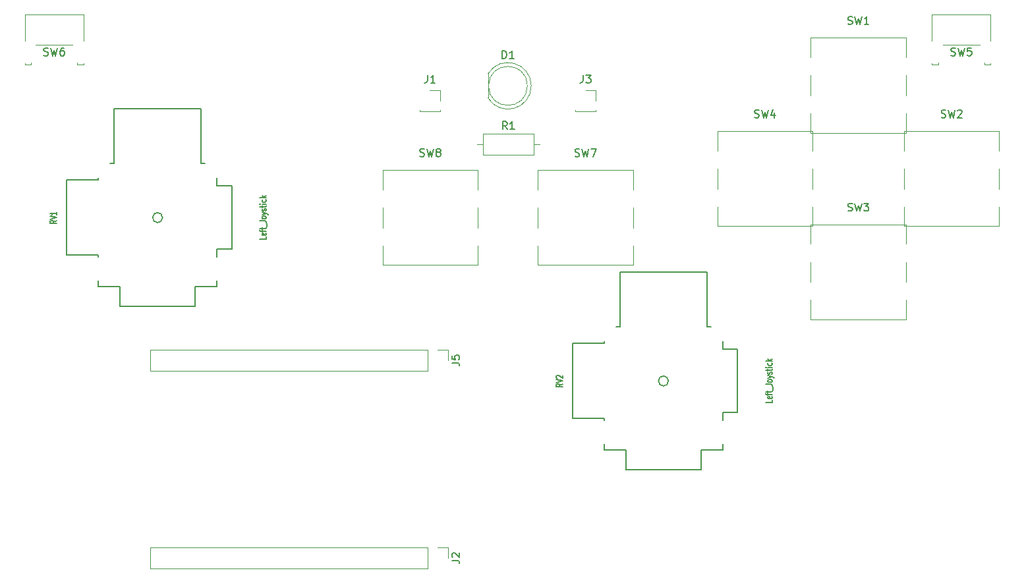
<source format=gto>
%TF.GenerationSoftware,KiCad,Pcbnew,9.0.1*%
%TF.CreationDate,2025-05-27T01:22:21+01:00*%
%TF.ProjectId,Controller,436f6e74-726f-46c6-9c65-722e6b696361,rev?*%
%TF.SameCoordinates,Original*%
%TF.FileFunction,Legend,Top*%
%TF.FilePolarity,Positive*%
%FSLAX46Y46*%
G04 Gerber Fmt 4.6, Leading zero omitted, Abs format (unit mm)*
G04 Created by KiCad (PCBNEW 9.0.1) date 2025-05-27 01:22:21*
%MOMM*%
%LPD*%
G01*
G04 APERTURE LIST*
%ADD10C,0.150000*%
%ADD11C,0.127000*%
%ADD12C,0.120000*%
%ADD13C,0.203200*%
G04 APERTURE END LIST*
D10*
X157746119Y-60127308D02*
X157888976Y-60174927D01*
X157888976Y-60174927D02*
X158127071Y-60174927D01*
X158127071Y-60174927D02*
X158222309Y-60127308D01*
X158222309Y-60127308D02*
X158269928Y-60079688D01*
X158269928Y-60079688D02*
X158317547Y-59984450D01*
X158317547Y-59984450D02*
X158317547Y-59889212D01*
X158317547Y-59889212D02*
X158269928Y-59793974D01*
X158269928Y-59793974D02*
X158222309Y-59746355D01*
X158222309Y-59746355D02*
X158127071Y-59698736D01*
X158127071Y-59698736D02*
X157936595Y-59651117D01*
X157936595Y-59651117D02*
X157841357Y-59603498D01*
X157841357Y-59603498D02*
X157793738Y-59555879D01*
X157793738Y-59555879D02*
X157746119Y-59460641D01*
X157746119Y-59460641D02*
X157746119Y-59365403D01*
X157746119Y-59365403D02*
X157793738Y-59270165D01*
X157793738Y-59270165D02*
X157841357Y-59222546D01*
X157841357Y-59222546D02*
X157936595Y-59174927D01*
X157936595Y-59174927D02*
X158174690Y-59174927D01*
X158174690Y-59174927D02*
X158317547Y-59222546D01*
X158650881Y-59174927D02*
X158888976Y-60174927D01*
X158888976Y-60174927D02*
X159079452Y-59460641D01*
X159079452Y-59460641D02*
X159269928Y-60174927D01*
X159269928Y-60174927D02*
X159508024Y-59174927D01*
X160031833Y-59603498D02*
X159936595Y-59555879D01*
X159936595Y-59555879D02*
X159888976Y-59508260D01*
X159888976Y-59508260D02*
X159841357Y-59413022D01*
X159841357Y-59413022D02*
X159841357Y-59365403D01*
X159841357Y-59365403D02*
X159888976Y-59270165D01*
X159888976Y-59270165D02*
X159936595Y-59222546D01*
X159936595Y-59222546D02*
X160031833Y-59174927D01*
X160031833Y-59174927D02*
X160222309Y-59174927D01*
X160222309Y-59174927D02*
X160317547Y-59222546D01*
X160317547Y-59222546D02*
X160365166Y-59270165D01*
X160365166Y-59270165D02*
X160412785Y-59365403D01*
X160412785Y-59365403D02*
X160412785Y-59413022D01*
X160412785Y-59413022D02*
X160365166Y-59508260D01*
X160365166Y-59508260D02*
X160317547Y-59555879D01*
X160317547Y-59555879D02*
X160222309Y-59603498D01*
X160222309Y-59603498D02*
X160031833Y-59603498D01*
X160031833Y-59603498D02*
X159936595Y-59651117D01*
X159936595Y-59651117D02*
X159888976Y-59698736D01*
X159888976Y-59698736D02*
X159841357Y-59793974D01*
X159841357Y-59793974D02*
X159841357Y-59984450D01*
X159841357Y-59984450D02*
X159888976Y-60079688D01*
X159888976Y-60079688D02*
X159936595Y-60127308D01*
X159936595Y-60127308D02*
X160031833Y-60174927D01*
X160031833Y-60174927D02*
X160222309Y-60174927D01*
X160222309Y-60174927D02*
X160317547Y-60127308D01*
X160317547Y-60127308D02*
X160365166Y-60079688D01*
X160365166Y-60079688D02*
X160412785Y-59984450D01*
X160412785Y-59984450D02*
X160412785Y-59793974D01*
X160412785Y-59793974D02*
X160365166Y-59698736D01*
X160365166Y-59698736D02*
X160317547Y-59651117D01*
X160317547Y-59651117D02*
X160222309Y-59603498D01*
X161854819Y-86693333D02*
X162569104Y-86693333D01*
X162569104Y-86693333D02*
X162711961Y-86740952D01*
X162711961Y-86740952D02*
X162807200Y-86836190D01*
X162807200Y-86836190D02*
X162854819Y-86979047D01*
X162854819Y-86979047D02*
X162854819Y-87074285D01*
X161854819Y-85740952D02*
X161854819Y-86217142D01*
X161854819Y-86217142D02*
X162331009Y-86264761D01*
X162331009Y-86264761D02*
X162283390Y-86217142D01*
X162283390Y-86217142D02*
X162235771Y-86121904D01*
X162235771Y-86121904D02*
X162235771Y-85883809D01*
X162235771Y-85883809D02*
X162283390Y-85788571D01*
X162283390Y-85788571D02*
X162331009Y-85740952D01*
X162331009Y-85740952D02*
X162426247Y-85693333D01*
X162426247Y-85693333D02*
X162664342Y-85693333D01*
X162664342Y-85693333D02*
X162759580Y-85740952D01*
X162759580Y-85740952D02*
X162807200Y-85788571D01*
X162807200Y-85788571D02*
X162854819Y-85883809D01*
X162854819Y-85883809D02*
X162854819Y-86121904D01*
X162854819Y-86121904D02*
X162807200Y-86217142D01*
X162807200Y-86217142D02*
X162759580Y-86264761D01*
X161854819Y-112093333D02*
X162569104Y-112093333D01*
X162569104Y-112093333D02*
X162711961Y-112140952D01*
X162711961Y-112140952D02*
X162807200Y-112236190D01*
X162807200Y-112236190D02*
X162854819Y-112379047D01*
X162854819Y-112379047D02*
X162854819Y-112474285D01*
X161950057Y-111664761D02*
X161902438Y-111617142D01*
X161902438Y-111617142D02*
X161854819Y-111521904D01*
X161854819Y-111521904D02*
X161854819Y-111283809D01*
X161854819Y-111283809D02*
X161902438Y-111188571D01*
X161902438Y-111188571D02*
X161950057Y-111140952D01*
X161950057Y-111140952D02*
X162045295Y-111093333D01*
X162045295Y-111093333D02*
X162140533Y-111093333D01*
X162140533Y-111093333D02*
X162283390Y-111140952D01*
X162283390Y-111140952D02*
X162854819Y-111712380D01*
X162854819Y-111712380D02*
X162854819Y-111093333D01*
X225996666Y-47162200D02*
X226139523Y-47209819D01*
X226139523Y-47209819D02*
X226377618Y-47209819D01*
X226377618Y-47209819D02*
X226472856Y-47162200D01*
X226472856Y-47162200D02*
X226520475Y-47114580D01*
X226520475Y-47114580D02*
X226568094Y-47019342D01*
X226568094Y-47019342D02*
X226568094Y-46924104D01*
X226568094Y-46924104D02*
X226520475Y-46828866D01*
X226520475Y-46828866D02*
X226472856Y-46781247D01*
X226472856Y-46781247D02*
X226377618Y-46733628D01*
X226377618Y-46733628D02*
X226187142Y-46686009D01*
X226187142Y-46686009D02*
X226091904Y-46638390D01*
X226091904Y-46638390D02*
X226044285Y-46590771D01*
X226044285Y-46590771D02*
X225996666Y-46495533D01*
X225996666Y-46495533D02*
X225996666Y-46400295D01*
X225996666Y-46400295D02*
X226044285Y-46305057D01*
X226044285Y-46305057D02*
X226091904Y-46257438D01*
X226091904Y-46257438D02*
X226187142Y-46209819D01*
X226187142Y-46209819D02*
X226425237Y-46209819D01*
X226425237Y-46209819D02*
X226568094Y-46257438D01*
X226901428Y-46209819D02*
X227139523Y-47209819D01*
X227139523Y-47209819D02*
X227329999Y-46495533D01*
X227329999Y-46495533D02*
X227520475Y-47209819D01*
X227520475Y-47209819D02*
X227758571Y-46209819D01*
X228615713Y-46209819D02*
X228139523Y-46209819D01*
X228139523Y-46209819D02*
X228091904Y-46686009D01*
X228091904Y-46686009D02*
X228139523Y-46638390D01*
X228139523Y-46638390D02*
X228234761Y-46590771D01*
X228234761Y-46590771D02*
X228472856Y-46590771D01*
X228472856Y-46590771D02*
X228568094Y-46638390D01*
X228568094Y-46638390D02*
X228615713Y-46686009D01*
X228615713Y-46686009D02*
X228663332Y-46781247D01*
X228663332Y-46781247D02*
X228663332Y-47019342D01*
X228663332Y-47019342D02*
X228615713Y-47114580D01*
X228615713Y-47114580D02*
X228568094Y-47162200D01*
X228568094Y-47162200D02*
X228472856Y-47209819D01*
X228472856Y-47209819D02*
X228234761Y-47209819D01*
X228234761Y-47209819D02*
X228139523Y-47162200D01*
X228139523Y-47162200D02*
X228091904Y-47114580D01*
X212760847Y-67127308D02*
X212903704Y-67174927D01*
X212903704Y-67174927D02*
X213141799Y-67174927D01*
X213141799Y-67174927D02*
X213237037Y-67127308D01*
X213237037Y-67127308D02*
X213284656Y-67079688D01*
X213284656Y-67079688D02*
X213332275Y-66984450D01*
X213332275Y-66984450D02*
X213332275Y-66889212D01*
X213332275Y-66889212D02*
X213284656Y-66793974D01*
X213284656Y-66793974D02*
X213237037Y-66746355D01*
X213237037Y-66746355D02*
X213141799Y-66698736D01*
X213141799Y-66698736D02*
X212951323Y-66651117D01*
X212951323Y-66651117D02*
X212856085Y-66603498D01*
X212856085Y-66603498D02*
X212808466Y-66555879D01*
X212808466Y-66555879D02*
X212760847Y-66460641D01*
X212760847Y-66460641D02*
X212760847Y-66365403D01*
X212760847Y-66365403D02*
X212808466Y-66270165D01*
X212808466Y-66270165D02*
X212856085Y-66222546D01*
X212856085Y-66222546D02*
X212951323Y-66174927D01*
X212951323Y-66174927D02*
X213189418Y-66174927D01*
X213189418Y-66174927D02*
X213332275Y-66222546D01*
X213665609Y-66174927D02*
X213903704Y-67174927D01*
X213903704Y-67174927D02*
X214094180Y-66460641D01*
X214094180Y-66460641D02*
X214284656Y-67174927D01*
X214284656Y-67174927D02*
X214522752Y-66174927D01*
X214808466Y-66174927D02*
X215427513Y-66174927D01*
X215427513Y-66174927D02*
X215094180Y-66555879D01*
X215094180Y-66555879D02*
X215237037Y-66555879D01*
X215237037Y-66555879D02*
X215332275Y-66603498D01*
X215332275Y-66603498D02*
X215379894Y-66651117D01*
X215379894Y-66651117D02*
X215427513Y-66746355D01*
X215427513Y-66746355D02*
X215427513Y-66984450D01*
X215427513Y-66984450D02*
X215379894Y-67079688D01*
X215379894Y-67079688D02*
X215332275Y-67127308D01*
X215332275Y-67127308D02*
X215237037Y-67174927D01*
X215237037Y-67174927D02*
X214951323Y-67174927D01*
X214951323Y-67174927D02*
X214856085Y-67127308D01*
X214856085Y-67127308D02*
X214808466Y-67079688D01*
X200760847Y-55127308D02*
X200903704Y-55174927D01*
X200903704Y-55174927D02*
X201141799Y-55174927D01*
X201141799Y-55174927D02*
X201237037Y-55127308D01*
X201237037Y-55127308D02*
X201284656Y-55079688D01*
X201284656Y-55079688D02*
X201332275Y-54984450D01*
X201332275Y-54984450D02*
X201332275Y-54889212D01*
X201332275Y-54889212D02*
X201284656Y-54793974D01*
X201284656Y-54793974D02*
X201237037Y-54746355D01*
X201237037Y-54746355D02*
X201141799Y-54698736D01*
X201141799Y-54698736D02*
X200951323Y-54651117D01*
X200951323Y-54651117D02*
X200856085Y-54603498D01*
X200856085Y-54603498D02*
X200808466Y-54555879D01*
X200808466Y-54555879D02*
X200760847Y-54460641D01*
X200760847Y-54460641D02*
X200760847Y-54365403D01*
X200760847Y-54365403D02*
X200808466Y-54270165D01*
X200808466Y-54270165D02*
X200856085Y-54222546D01*
X200856085Y-54222546D02*
X200951323Y-54174927D01*
X200951323Y-54174927D02*
X201189418Y-54174927D01*
X201189418Y-54174927D02*
X201332275Y-54222546D01*
X201665609Y-54174927D02*
X201903704Y-55174927D01*
X201903704Y-55174927D02*
X202094180Y-54460641D01*
X202094180Y-54460641D02*
X202284656Y-55174927D01*
X202284656Y-55174927D02*
X202522752Y-54174927D01*
X203332275Y-54508260D02*
X203332275Y-55174927D01*
X203094180Y-54127308D02*
X202856085Y-54841593D01*
X202856085Y-54841593D02*
X203475132Y-54841593D01*
D11*
X176083943Y-89382964D02*
X175702990Y-89586164D01*
X176083943Y-89731307D02*
X175283943Y-89731307D01*
X175283943Y-89731307D02*
X175283943Y-89499078D01*
X175283943Y-89499078D02*
X175322038Y-89441021D01*
X175322038Y-89441021D02*
X175360133Y-89411992D01*
X175360133Y-89411992D02*
X175436324Y-89382964D01*
X175436324Y-89382964D02*
X175550609Y-89382964D01*
X175550609Y-89382964D02*
X175626800Y-89411992D01*
X175626800Y-89411992D02*
X175664895Y-89441021D01*
X175664895Y-89441021D02*
X175702990Y-89499078D01*
X175702990Y-89499078D02*
X175702990Y-89731307D01*
X175283943Y-89208792D02*
X176083943Y-89005592D01*
X176083943Y-89005592D02*
X175283943Y-88802392D01*
X175360133Y-88628221D02*
X175322038Y-88599193D01*
X175322038Y-88599193D02*
X175283943Y-88541136D01*
X175283943Y-88541136D02*
X175283943Y-88395993D01*
X175283943Y-88395993D02*
X175322038Y-88337936D01*
X175322038Y-88337936D02*
X175360133Y-88308907D01*
X175360133Y-88308907D02*
X175436324Y-88279878D01*
X175436324Y-88279878D02*
X175512514Y-88279878D01*
X175512514Y-88279878D02*
X175626800Y-88308907D01*
X175626800Y-88308907D02*
X176083943Y-88657250D01*
X176083943Y-88657250D02*
X176083943Y-88279878D01*
X203007943Y-91487536D02*
X203007943Y-91777822D01*
X203007943Y-91777822D02*
X202207943Y-91777822D01*
X202969848Y-91052107D02*
X203007943Y-91110164D01*
X203007943Y-91110164D02*
X203007943Y-91226279D01*
X203007943Y-91226279D02*
X202969848Y-91284336D01*
X202969848Y-91284336D02*
X202893657Y-91313364D01*
X202893657Y-91313364D02*
X202588895Y-91313364D01*
X202588895Y-91313364D02*
X202512705Y-91284336D01*
X202512705Y-91284336D02*
X202474609Y-91226279D01*
X202474609Y-91226279D02*
X202474609Y-91110164D01*
X202474609Y-91110164D02*
X202512705Y-91052107D01*
X202512705Y-91052107D02*
X202588895Y-91023079D01*
X202588895Y-91023079D02*
X202665086Y-91023079D01*
X202665086Y-91023079D02*
X202741276Y-91313364D01*
X202474609Y-90848907D02*
X202474609Y-90616679D01*
X203007943Y-90761822D02*
X202322228Y-90761822D01*
X202322228Y-90761822D02*
X202246038Y-90732793D01*
X202246038Y-90732793D02*
X202207943Y-90674736D01*
X202207943Y-90674736D02*
X202207943Y-90616679D01*
X202474609Y-90500564D02*
X202474609Y-90268336D01*
X202207943Y-90413479D02*
X202893657Y-90413479D01*
X202893657Y-90413479D02*
X202969848Y-90384450D01*
X202969848Y-90384450D02*
X203007943Y-90326393D01*
X203007943Y-90326393D02*
X203007943Y-90268336D01*
X203084133Y-90210279D02*
X203084133Y-89745821D01*
X202207943Y-89426507D02*
X202779371Y-89426507D01*
X202779371Y-89426507D02*
X202893657Y-89455536D01*
X202893657Y-89455536D02*
X202969848Y-89513593D01*
X202969848Y-89513593D02*
X203007943Y-89600679D01*
X203007943Y-89600679D02*
X203007943Y-89658736D01*
X203007943Y-89049136D02*
X202969848Y-89107193D01*
X202969848Y-89107193D02*
X202931752Y-89136222D01*
X202931752Y-89136222D02*
X202855562Y-89165250D01*
X202855562Y-89165250D02*
X202626990Y-89165250D01*
X202626990Y-89165250D02*
X202550800Y-89136222D01*
X202550800Y-89136222D02*
X202512705Y-89107193D01*
X202512705Y-89107193D02*
X202474609Y-89049136D01*
X202474609Y-89049136D02*
X202474609Y-88962050D01*
X202474609Y-88962050D02*
X202512705Y-88903993D01*
X202512705Y-88903993D02*
X202550800Y-88874965D01*
X202550800Y-88874965D02*
X202626990Y-88845936D01*
X202626990Y-88845936D02*
X202855562Y-88845936D01*
X202855562Y-88845936D02*
X202931752Y-88874965D01*
X202931752Y-88874965D02*
X202969848Y-88903993D01*
X202969848Y-88903993D02*
X203007943Y-88962050D01*
X203007943Y-88962050D02*
X203007943Y-89049136D01*
X202474609Y-88642736D02*
X203007943Y-88497593D01*
X202474609Y-88352450D02*
X203007943Y-88497593D01*
X203007943Y-88497593D02*
X203198419Y-88555650D01*
X203198419Y-88555650D02*
X203236514Y-88584679D01*
X203236514Y-88584679D02*
X203274609Y-88642736D01*
X202969848Y-88149250D02*
X203007943Y-88091193D01*
X203007943Y-88091193D02*
X203007943Y-87975079D01*
X203007943Y-87975079D02*
X202969848Y-87917022D01*
X202969848Y-87917022D02*
X202893657Y-87887993D01*
X202893657Y-87887993D02*
X202855562Y-87887993D01*
X202855562Y-87887993D02*
X202779371Y-87917022D01*
X202779371Y-87917022D02*
X202741276Y-87975079D01*
X202741276Y-87975079D02*
X202741276Y-88062165D01*
X202741276Y-88062165D02*
X202703181Y-88120222D01*
X202703181Y-88120222D02*
X202626990Y-88149250D01*
X202626990Y-88149250D02*
X202588895Y-88149250D01*
X202588895Y-88149250D02*
X202512705Y-88120222D01*
X202512705Y-88120222D02*
X202474609Y-88062165D01*
X202474609Y-88062165D02*
X202474609Y-87975079D01*
X202474609Y-87975079D02*
X202512705Y-87917022D01*
X202474609Y-87713821D02*
X202474609Y-87481593D01*
X202207943Y-87626736D02*
X202893657Y-87626736D01*
X202893657Y-87626736D02*
X202969848Y-87597707D01*
X202969848Y-87597707D02*
X203007943Y-87539650D01*
X203007943Y-87539650D02*
X203007943Y-87481593D01*
X203007943Y-87278393D02*
X202474609Y-87278393D01*
X202207943Y-87278393D02*
X202246038Y-87307421D01*
X202246038Y-87307421D02*
X202284133Y-87278393D01*
X202284133Y-87278393D02*
X202246038Y-87249364D01*
X202246038Y-87249364D02*
X202207943Y-87278393D01*
X202207943Y-87278393D02*
X202284133Y-87278393D01*
X202969848Y-86726850D02*
X203007943Y-86784907D01*
X203007943Y-86784907D02*
X203007943Y-86901021D01*
X203007943Y-86901021D02*
X202969848Y-86959078D01*
X202969848Y-86959078D02*
X202931752Y-86988107D01*
X202931752Y-86988107D02*
X202855562Y-87017135D01*
X202855562Y-87017135D02*
X202626990Y-87017135D01*
X202626990Y-87017135D02*
X202550800Y-86988107D01*
X202550800Y-86988107D02*
X202512705Y-86959078D01*
X202512705Y-86959078D02*
X202474609Y-86901021D01*
X202474609Y-86901021D02*
X202474609Y-86784907D01*
X202474609Y-86784907D02*
X202512705Y-86726850D01*
X203007943Y-86465593D02*
X202207943Y-86465593D01*
X202703181Y-86407536D02*
X203007943Y-86233364D01*
X202474609Y-86233364D02*
X202779371Y-86465593D01*
D10*
X109442119Y-47162200D02*
X109584976Y-47209819D01*
X109584976Y-47209819D02*
X109823071Y-47209819D01*
X109823071Y-47209819D02*
X109918309Y-47162200D01*
X109918309Y-47162200D02*
X109965928Y-47114580D01*
X109965928Y-47114580D02*
X110013547Y-47019342D01*
X110013547Y-47019342D02*
X110013547Y-46924104D01*
X110013547Y-46924104D02*
X109965928Y-46828866D01*
X109965928Y-46828866D02*
X109918309Y-46781247D01*
X109918309Y-46781247D02*
X109823071Y-46733628D01*
X109823071Y-46733628D02*
X109632595Y-46686009D01*
X109632595Y-46686009D02*
X109537357Y-46638390D01*
X109537357Y-46638390D02*
X109489738Y-46590771D01*
X109489738Y-46590771D02*
X109442119Y-46495533D01*
X109442119Y-46495533D02*
X109442119Y-46400295D01*
X109442119Y-46400295D02*
X109489738Y-46305057D01*
X109489738Y-46305057D02*
X109537357Y-46257438D01*
X109537357Y-46257438D02*
X109632595Y-46209819D01*
X109632595Y-46209819D02*
X109870690Y-46209819D01*
X109870690Y-46209819D02*
X110013547Y-46257438D01*
X110346881Y-46209819D02*
X110584976Y-47209819D01*
X110584976Y-47209819D02*
X110775452Y-46495533D01*
X110775452Y-46495533D02*
X110965928Y-47209819D01*
X110965928Y-47209819D02*
X111204024Y-46209819D01*
X112013547Y-46209819D02*
X111823071Y-46209819D01*
X111823071Y-46209819D02*
X111727833Y-46257438D01*
X111727833Y-46257438D02*
X111680214Y-46305057D01*
X111680214Y-46305057D02*
X111584976Y-46447914D01*
X111584976Y-46447914D02*
X111537357Y-46638390D01*
X111537357Y-46638390D02*
X111537357Y-47019342D01*
X111537357Y-47019342D02*
X111584976Y-47114580D01*
X111584976Y-47114580D02*
X111632595Y-47162200D01*
X111632595Y-47162200D02*
X111727833Y-47209819D01*
X111727833Y-47209819D02*
X111918309Y-47209819D01*
X111918309Y-47209819D02*
X112013547Y-47162200D01*
X112013547Y-47162200D02*
X112061166Y-47114580D01*
X112061166Y-47114580D02*
X112108785Y-47019342D01*
X112108785Y-47019342D02*
X112108785Y-46781247D01*
X112108785Y-46781247D02*
X112061166Y-46686009D01*
X112061166Y-46686009D02*
X112013547Y-46638390D01*
X112013547Y-46638390D02*
X111918309Y-46590771D01*
X111918309Y-46590771D02*
X111727833Y-46590771D01*
X111727833Y-46590771D02*
X111632595Y-46638390D01*
X111632595Y-46638390D02*
X111584976Y-46686009D01*
X111584976Y-46686009D02*
X111537357Y-46781247D01*
X178722118Y-49704927D02*
X178722118Y-50419212D01*
X178722118Y-50419212D02*
X178674499Y-50562069D01*
X178674499Y-50562069D02*
X178579261Y-50657308D01*
X178579261Y-50657308D02*
X178436404Y-50704927D01*
X178436404Y-50704927D02*
X178341166Y-50704927D01*
X179103071Y-49704927D02*
X179722118Y-49704927D01*
X179722118Y-49704927D02*
X179388785Y-50085879D01*
X179388785Y-50085879D02*
X179531642Y-50085879D01*
X179531642Y-50085879D02*
X179626880Y-50133498D01*
X179626880Y-50133498D02*
X179674499Y-50181117D01*
X179674499Y-50181117D02*
X179722118Y-50276355D01*
X179722118Y-50276355D02*
X179722118Y-50514450D01*
X179722118Y-50514450D02*
X179674499Y-50609688D01*
X179674499Y-50609688D02*
X179626880Y-50657308D01*
X179626880Y-50657308D02*
X179531642Y-50704927D01*
X179531642Y-50704927D02*
X179245928Y-50704927D01*
X179245928Y-50704927D02*
X179150690Y-50657308D01*
X179150690Y-50657308D02*
X179103071Y-50609688D01*
D11*
X111083943Y-68382964D02*
X110702990Y-68586164D01*
X111083943Y-68731307D02*
X110283943Y-68731307D01*
X110283943Y-68731307D02*
X110283943Y-68499078D01*
X110283943Y-68499078D02*
X110322038Y-68441021D01*
X110322038Y-68441021D02*
X110360133Y-68411992D01*
X110360133Y-68411992D02*
X110436324Y-68382964D01*
X110436324Y-68382964D02*
X110550609Y-68382964D01*
X110550609Y-68382964D02*
X110626800Y-68411992D01*
X110626800Y-68411992D02*
X110664895Y-68441021D01*
X110664895Y-68441021D02*
X110702990Y-68499078D01*
X110702990Y-68499078D02*
X110702990Y-68731307D01*
X110283943Y-68208792D02*
X111083943Y-68005592D01*
X111083943Y-68005592D02*
X110283943Y-67802392D01*
X111083943Y-67279878D02*
X111083943Y-67628221D01*
X111083943Y-67454050D02*
X110283943Y-67454050D01*
X110283943Y-67454050D02*
X110398228Y-67512107D01*
X110398228Y-67512107D02*
X110474419Y-67570164D01*
X110474419Y-67570164D02*
X110512514Y-67628221D01*
X138007943Y-70487536D02*
X138007943Y-70777822D01*
X138007943Y-70777822D02*
X137207943Y-70777822D01*
X137969848Y-70052107D02*
X138007943Y-70110164D01*
X138007943Y-70110164D02*
X138007943Y-70226279D01*
X138007943Y-70226279D02*
X137969848Y-70284336D01*
X137969848Y-70284336D02*
X137893657Y-70313364D01*
X137893657Y-70313364D02*
X137588895Y-70313364D01*
X137588895Y-70313364D02*
X137512705Y-70284336D01*
X137512705Y-70284336D02*
X137474609Y-70226279D01*
X137474609Y-70226279D02*
X137474609Y-70110164D01*
X137474609Y-70110164D02*
X137512705Y-70052107D01*
X137512705Y-70052107D02*
X137588895Y-70023079D01*
X137588895Y-70023079D02*
X137665086Y-70023079D01*
X137665086Y-70023079D02*
X137741276Y-70313364D01*
X137474609Y-69848907D02*
X137474609Y-69616679D01*
X138007943Y-69761822D02*
X137322228Y-69761822D01*
X137322228Y-69761822D02*
X137246038Y-69732793D01*
X137246038Y-69732793D02*
X137207943Y-69674736D01*
X137207943Y-69674736D02*
X137207943Y-69616679D01*
X137474609Y-69500564D02*
X137474609Y-69268336D01*
X137207943Y-69413479D02*
X137893657Y-69413479D01*
X137893657Y-69413479D02*
X137969848Y-69384450D01*
X137969848Y-69384450D02*
X138007943Y-69326393D01*
X138007943Y-69326393D02*
X138007943Y-69268336D01*
X138084133Y-69210279D02*
X138084133Y-68745821D01*
X137207943Y-68426507D02*
X137779371Y-68426507D01*
X137779371Y-68426507D02*
X137893657Y-68455536D01*
X137893657Y-68455536D02*
X137969848Y-68513593D01*
X137969848Y-68513593D02*
X138007943Y-68600679D01*
X138007943Y-68600679D02*
X138007943Y-68658736D01*
X138007943Y-68049136D02*
X137969848Y-68107193D01*
X137969848Y-68107193D02*
X137931752Y-68136222D01*
X137931752Y-68136222D02*
X137855562Y-68165250D01*
X137855562Y-68165250D02*
X137626990Y-68165250D01*
X137626990Y-68165250D02*
X137550800Y-68136222D01*
X137550800Y-68136222D02*
X137512705Y-68107193D01*
X137512705Y-68107193D02*
X137474609Y-68049136D01*
X137474609Y-68049136D02*
X137474609Y-67962050D01*
X137474609Y-67962050D02*
X137512705Y-67903993D01*
X137512705Y-67903993D02*
X137550800Y-67874965D01*
X137550800Y-67874965D02*
X137626990Y-67845936D01*
X137626990Y-67845936D02*
X137855562Y-67845936D01*
X137855562Y-67845936D02*
X137931752Y-67874965D01*
X137931752Y-67874965D02*
X137969848Y-67903993D01*
X137969848Y-67903993D02*
X138007943Y-67962050D01*
X138007943Y-67962050D02*
X138007943Y-68049136D01*
X137474609Y-67642736D02*
X138007943Y-67497593D01*
X137474609Y-67352450D02*
X138007943Y-67497593D01*
X138007943Y-67497593D02*
X138198419Y-67555650D01*
X138198419Y-67555650D02*
X138236514Y-67584679D01*
X138236514Y-67584679D02*
X138274609Y-67642736D01*
X137969848Y-67149250D02*
X138007943Y-67091193D01*
X138007943Y-67091193D02*
X138007943Y-66975079D01*
X138007943Y-66975079D02*
X137969848Y-66917022D01*
X137969848Y-66917022D02*
X137893657Y-66887993D01*
X137893657Y-66887993D02*
X137855562Y-66887993D01*
X137855562Y-66887993D02*
X137779371Y-66917022D01*
X137779371Y-66917022D02*
X137741276Y-66975079D01*
X137741276Y-66975079D02*
X137741276Y-67062165D01*
X137741276Y-67062165D02*
X137703181Y-67120222D01*
X137703181Y-67120222D02*
X137626990Y-67149250D01*
X137626990Y-67149250D02*
X137588895Y-67149250D01*
X137588895Y-67149250D02*
X137512705Y-67120222D01*
X137512705Y-67120222D02*
X137474609Y-67062165D01*
X137474609Y-67062165D02*
X137474609Y-66975079D01*
X137474609Y-66975079D02*
X137512705Y-66917022D01*
X137474609Y-66713821D02*
X137474609Y-66481593D01*
X137207943Y-66626736D02*
X137893657Y-66626736D01*
X137893657Y-66626736D02*
X137969848Y-66597707D01*
X137969848Y-66597707D02*
X138007943Y-66539650D01*
X138007943Y-66539650D02*
X138007943Y-66481593D01*
X138007943Y-66278393D02*
X137474609Y-66278393D01*
X137207943Y-66278393D02*
X137246038Y-66307421D01*
X137246038Y-66307421D02*
X137284133Y-66278393D01*
X137284133Y-66278393D02*
X137246038Y-66249364D01*
X137246038Y-66249364D02*
X137207943Y-66278393D01*
X137207943Y-66278393D02*
X137284133Y-66278393D01*
X137969848Y-65726850D02*
X138007943Y-65784907D01*
X138007943Y-65784907D02*
X138007943Y-65901021D01*
X138007943Y-65901021D02*
X137969848Y-65959078D01*
X137969848Y-65959078D02*
X137931752Y-65988107D01*
X137931752Y-65988107D02*
X137855562Y-66017135D01*
X137855562Y-66017135D02*
X137626990Y-66017135D01*
X137626990Y-66017135D02*
X137550800Y-65988107D01*
X137550800Y-65988107D02*
X137512705Y-65959078D01*
X137512705Y-65959078D02*
X137474609Y-65901021D01*
X137474609Y-65901021D02*
X137474609Y-65784907D01*
X137474609Y-65784907D02*
X137512705Y-65726850D01*
X138007943Y-65465593D02*
X137207943Y-65465593D01*
X137703181Y-65407536D02*
X138007943Y-65233364D01*
X137474609Y-65233364D02*
X137779371Y-65465593D01*
D10*
X168337634Y-47582157D02*
X168337634Y-46582157D01*
X168337634Y-46582157D02*
X168575729Y-46582157D01*
X168575729Y-46582157D02*
X168718586Y-46629776D01*
X168718586Y-46629776D02*
X168813824Y-46725014D01*
X168813824Y-46725014D02*
X168861443Y-46820252D01*
X168861443Y-46820252D02*
X168909062Y-47010728D01*
X168909062Y-47010728D02*
X168909062Y-47153585D01*
X168909062Y-47153585D02*
X168861443Y-47344061D01*
X168861443Y-47344061D02*
X168813824Y-47439299D01*
X168813824Y-47439299D02*
X168718586Y-47534538D01*
X168718586Y-47534538D02*
X168575729Y-47582157D01*
X168575729Y-47582157D02*
X168337634Y-47582157D01*
X169861443Y-47582157D02*
X169290015Y-47582157D01*
X169575729Y-47582157D02*
X169575729Y-46582157D01*
X169575729Y-46582157D02*
X169480491Y-46725014D01*
X169480491Y-46725014D02*
X169385253Y-46820252D01*
X169385253Y-46820252D02*
X169290015Y-46867871D01*
X224760847Y-55127308D02*
X224903704Y-55174927D01*
X224903704Y-55174927D02*
X225141799Y-55174927D01*
X225141799Y-55174927D02*
X225237037Y-55127308D01*
X225237037Y-55127308D02*
X225284656Y-55079688D01*
X225284656Y-55079688D02*
X225332275Y-54984450D01*
X225332275Y-54984450D02*
X225332275Y-54889212D01*
X225332275Y-54889212D02*
X225284656Y-54793974D01*
X225284656Y-54793974D02*
X225237037Y-54746355D01*
X225237037Y-54746355D02*
X225141799Y-54698736D01*
X225141799Y-54698736D02*
X224951323Y-54651117D01*
X224951323Y-54651117D02*
X224856085Y-54603498D01*
X224856085Y-54603498D02*
X224808466Y-54555879D01*
X224808466Y-54555879D02*
X224760847Y-54460641D01*
X224760847Y-54460641D02*
X224760847Y-54365403D01*
X224760847Y-54365403D02*
X224808466Y-54270165D01*
X224808466Y-54270165D02*
X224856085Y-54222546D01*
X224856085Y-54222546D02*
X224951323Y-54174927D01*
X224951323Y-54174927D02*
X225189418Y-54174927D01*
X225189418Y-54174927D02*
X225332275Y-54222546D01*
X225665609Y-54174927D02*
X225903704Y-55174927D01*
X225903704Y-55174927D02*
X226094180Y-54460641D01*
X226094180Y-54460641D02*
X226284656Y-55174927D01*
X226284656Y-55174927D02*
X226522752Y-54174927D01*
X226856085Y-54270165D02*
X226903704Y-54222546D01*
X226903704Y-54222546D02*
X226998942Y-54174927D01*
X226998942Y-54174927D02*
X227237037Y-54174927D01*
X227237037Y-54174927D02*
X227332275Y-54222546D01*
X227332275Y-54222546D02*
X227379894Y-54270165D01*
X227379894Y-54270165D02*
X227427513Y-54365403D01*
X227427513Y-54365403D02*
X227427513Y-54460641D01*
X227427513Y-54460641D02*
X227379894Y-54603498D01*
X227379894Y-54603498D02*
X226808466Y-55174927D01*
X226808466Y-55174927D02*
X227427513Y-55174927D01*
X168969062Y-56672157D02*
X168635729Y-56195966D01*
X168397634Y-56672157D02*
X168397634Y-55672157D01*
X168397634Y-55672157D02*
X168778586Y-55672157D01*
X168778586Y-55672157D02*
X168873824Y-55719776D01*
X168873824Y-55719776D02*
X168921443Y-55767395D01*
X168921443Y-55767395D02*
X168969062Y-55862633D01*
X168969062Y-55862633D02*
X168969062Y-56005490D01*
X168969062Y-56005490D02*
X168921443Y-56100728D01*
X168921443Y-56100728D02*
X168873824Y-56148347D01*
X168873824Y-56148347D02*
X168778586Y-56195966D01*
X168778586Y-56195966D02*
X168397634Y-56195966D01*
X169921443Y-56672157D02*
X169350015Y-56672157D01*
X169635729Y-56672157D02*
X169635729Y-55672157D01*
X169635729Y-55672157D02*
X169540491Y-55815014D01*
X169540491Y-55815014D02*
X169445253Y-55910252D01*
X169445253Y-55910252D02*
X169350015Y-55957871D01*
X177698119Y-60127308D02*
X177840976Y-60174927D01*
X177840976Y-60174927D02*
X178079071Y-60174927D01*
X178079071Y-60174927D02*
X178174309Y-60127308D01*
X178174309Y-60127308D02*
X178221928Y-60079688D01*
X178221928Y-60079688D02*
X178269547Y-59984450D01*
X178269547Y-59984450D02*
X178269547Y-59889212D01*
X178269547Y-59889212D02*
X178221928Y-59793974D01*
X178221928Y-59793974D02*
X178174309Y-59746355D01*
X178174309Y-59746355D02*
X178079071Y-59698736D01*
X178079071Y-59698736D02*
X177888595Y-59651117D01*
X177888595Y-59651117D02*
X177793357Y-59603498D01*
X177793357Y-59603498D02*
X177745738Y-59555879D01*
X177745738Y-59555879D02*
X177698119Y-59460641D01*
X177698119Y-59460641D02*
X177698119Y-59365403D01*
X177698119Y-59365403D02*
X177745738Y-59270165D01*
X177745738Y-59270165D02*
X177793357Y-59222546D01*
X177793357Y-59222546D02*
X177888595Y-59174927D01*
X177888595Y-59174927D02*
X178126690Y-59174927D01*
X178126690Y-59174927D02*
X178269547Y-59222546D01*
X178602881Y-59174927D02*
X178840976Y-60174927D01*
X178840976Y-60174927D02*
X179031452Y-59460641D01*
X179031452Y-59460641D02*
X179221928Y-60174927D01*
X179221928Y-60174927D02*
X179460024Y-59174927D01*
X179745738Y-59174927D02*
X180412404Y-59174927D01*
X180412404Y-59174927D02*
X179983833Y-60174927D01*
X158722118Y-49704927D02*
X158722118Y-50419212D01*
X158722118Y-50419212D02*
X158674499Y-50562069D01*
X158674499Y-50562069D02*
X158579261Y-50657308D01*
X158579261Y-50657308D02*
X158436404Y-50704927D01*
X158436404Y-50704927D02*
X158341166Y-50704927D01*
X159722118Y-50704927D02*
X159150690Y-50704927D01*
X159436404Y-50704927D02*
X159436404Y-49704927D01*
X159436404Y-49704927D02*
X159341166Y-49847784D01*
X159341166Y-49847784D02*
X159245928Y-49943022D01*
X159245928Y-49943022D02*
X159150690Y-49990641D01*
X212760847Y-43127308D02*
X212903704Y-43174927D01*
X212903704Y-43174927D02*
X213141799Y-43174927D01*
X213141799Y-43174927D02*
X213237037Y-43127308D01*
X213237037Y-43127308D02*
X213284656Y-43079688D01*
X213284656Y-43079688D02*
X213332275Y-42984450D01*
X213332275Y-42984450D02*
X213332275Y-42889212D01*
X213332275Y-42889212D02*
X213284656Y-42793974D01*
X213284656Y-42793974D02*
X213237037Y-42746355D01*
X213237037Y-42746355D02*
X213141799Y-42698736D01*
X213141799Y-42698736D02*
X212951323Y-42651117D01*
X212951323Y-42651117D02*
X212856085Y-42603498D01*
X212856085Y-42603498D02*
X212808466Y-42555879D01*
X212808466Y-42555879D02*
X212760847Y-42460641D01*
X212760847Y-42460641D02*
X212760847Y-42365403D01*
X212760847Y-42365403D02*
X212808466Y-42270165D01*
X212808466Y-42270165D02*
X212856085Y-42222546D01*
X212856085Y-42222546D02*
X212951323Y-42174927D01*
X212951323Y-42174927D02*
X213189418Y-42174927D01*
X213189418Y-42174927D02*
X213332275Y-42222546D01*
X213665609Y-42174927D02*
X213903704Y-43174927D01*
X213903704Y-43174927D02*
X214094180Y-42460641D01*
X214094180Y-42460641D02*
X214284656Y-43174927D01*
X214284656Y-43174927D02*
X214522752Y-42174927D01*
X215427513Y-43174927D02*
X214856085Y-43174927D01*
X215141799Y-43174927D02*
X215141799Y-42174927D01*
X215141799Y-42174927D02*
X215046561Y-42317784D01*
X215046561Y-42317784D02*
X214951323Y-42413022D01*
X214951323Y-42413022D02*
X214856085Y-42460641D01*
D12*
%TO.C,SW8*%
X152969452Y-61910108D02*
X152969452Y-64420108D01*
X152969452Y-61910108D02*
X165189452Y-61910108D01*
X152969452Y-66720108D02*
X152969452Y-69320108D01*
X152969452Y-71620108D02*
X152969452Y-74130108D01*
X165189452Y-61910108D02*
X165189452Y-64420108D01*
X165189452Y-66720108D02*
X165189452Y-69320108D01*
X165189452Y-71620108D02*
X165189452Y-74130108D01*
X165189452Y-74130108D02*
X152969452Y-74130108D01*
%TO.C,J5*%
X123080000Y-84980000D02*
X123080000Y-87740000D01*
X158750000Y-84980000D02*
X123080000Y-84980000D01*
X158750000Y-84980000D02*
X158750000Y-87740000D01*
X158750000Y-87740000D02*
X123080000Y-87740000D01*
X160020000Y-84980000D02*
X161400000Y-84980000D01*
X161400000Y-84980000D02*
X161400000Y-86360000D01*
%TO.C,J2*%
X123080000Y-110380000D02*
X123080000Y-113140000D01*
X158750000Y-110380000D02*
X123080000Y-110380000D01*
X158750000Y-110380000D02*
X158750000Y-113140000D01*
X158750000Y-113140000D02*
X123080000Y-113140000D01*
X160020000Y-110380000D02*
X161400000Y-110380000D01*
X161400000Y-110380000D02*
X161400000Y-111760000D01*
%TO.C,SW5*%
X223559999Y-41885000D02*
X223559999Y-45335000D01*
X223559999Y-48175000D02*
X223559999Y-48375000D01*
X224349999Y-48375000D02*
X223559999Y-48375000D01*
X224349999Y-48375000D02*
X224349999Y-48125000D01*
X224939999Y-45825000D02*
X229719999Y-45825000D01*
X230309999Y-48375000D02*
X230309999Y-48125000D01*
X231099999Y-41885000D02*
X223559999Y-41885000D01*
X231099999Y-45335000D02*
X231099999Y-41885000D01*
X231099999Y-48175000D02*
X231099999Y-48375000D01*
X231099999Y-48375000D02*
X230309999Y-48375000D01*
%TO.C,SW3*%
X207984180Y-68910108D02*
X207984180Y-71420108D01*
X207984180Y-68910108D02*
X220204180Y-68910108D01*
X207984180Y-73720108D02*
X207984180Y-76320108D01*
X207984180Y-78620108D02*
X207984180Y-81130108D01*
X220204180Y-68910108D02*
X220204180Y-71420108D01*
X220204180Y-73720108D02*
X220204180Y-76320108D01*
X220204180Y-78620108D02*
X220204180Y-81130108D01*
X220204180Y-81130108D02*
X207984180Y-81130108D01*
%TO.C,SW4*%
X195984180Y-56910108D02*
X195984180Y-59420108D01*
X195984180Y-56910108D02*
X208204180Y-56910108D01*
X195984180Y-61720108D02*
X195984180Y-64320108D01*
X195984180Y-66620108D02*
X195984180Y-69130108D01*
X208204180Y-56910108D02*
X208204180Y-59420108D01*
X208204180Y-61720108D02*
X208204180Y-64320108D01*
X208204180Y-66620108D02*
X208204180Y-69130108D01*
X208204180Y-69130108D02*
X195984180Y-69130108D01*
D13*
%TO.C,RV2*%
X177371452Y-84194108D02*
X177371452Y-93846108D01*
X181435452Y-84194108D02*
X177371452Y-84194108D01*
X181435452Y-84194108D02*
X181435452Y-83940108D01*
X181435452Y-93846108D02*
X177371452Y-93846108D01*
X181435452Y-93846108D02*
X181435452Y-94100108D01*
X181435452Y-97148108D02*
X181435452Y-97910108D01*
X183467452Y-75050108D02*
X183467452Y-82035108D01*
X183467452Y-82035108D02*
X182959452Y-82035108D01*
X184229452Y-97910108D02*
X181435452Y-97910108D01*
X184229452Y-100450108D02*
X184229452Y-97910108D01*
X193881452Y-97910108D02*
X196675452Y-97910108D01*
X193881452Y-100450108D02*
X184229452Y-100450108D01*
X193881452Y-100450108D02*
X193881452Y-97910108D01*
X194643452Y-75050108D02*
X183467452Y-75050108D01*
X194643452Y-75050108D02*
X194643452Y-82035108D01*
X195151452Y-82035108D02*
X194643452Y-82035108D01*
X196675452Y-84956108D02*
X196675452Y-83940108D01*
X196675452Y-84956108D02*
X198580452Y-84956108D01*
X196675452Y-93084108D02*
X196675452Y-94100108D01*
X196675452Y-93084108D02*
X198580452Y-93084108D01*
X196675452Y-97148108D02*
X196675452Y-97910108D01*
X198580452Y-84956108D02*
X198580452Y-93084108D01*
X189690452Y-89020108D02*
G75*
G02*
X188420452Y-89020108I-635000J0D01*
G01*
X188420452Y-89020108D02*
G75*
G02*
X189690452Y-89020108I635000J0D01*
G01*
D12*
%TO.C,SW6*%
X107005452Y-41885000D02*
X107005452Y-45335000D01*
X107005452Y-48175000D02*
X107005452Y-48375000D01*
X107795452Y-48375000D02*
X107005452Y-48375000D01*
X107795452Y-48375000D02*
X107795452Y-48125000D01*
X108385452Y-45825000D02*
X113165452Y-45825000D01*
X113755452Y-48375000D02*
X113755452Y-48125000D01*
X114545452Y-41885000D02*
X107005452Y-41885000D01*
X114545452Y-45335000D02*
X114545452Y-41885000D01*
X114545452Y-48175000D02*
X114545452Y-48375000D01*
X114545452Y-48375000D02*
X113755452Y-48375000D01*
%TO.C,J3*%
X177725452Y-54230108D02*
X177725452Y-54350108D01*
X177725452Y-54350108D02*
X180385452Y-54350108D01*
X179055452Y-51690108D02*
X180385452Y-51690108D01*
X180385452Y-51690108D02*
X180385452Y-53020108D01*
X180385452Y-54230108D02*
X180385452Y-54350108D01*
D13*
%TO.C,RV1*%
X112371452Y-63194108D02*
X112371452Y-72846108D01*
X116435452Y-63194108D02*
X112371452Y-63194108D01*
X116435452Y-63194108D02*
X116435452Y-62940108D01*
X116435452Y-72846108D02*
X112371452Y-72846108D01*
X116435452Y-72846108D02*
X116435452Y-73100108D01*
X116435452Y-76148108D02*
X116435452Y-76910108D01*
X118467452Y-54050108D02*
X118467452Y-61035108D01*
X118467452Y-61035108D02*
X117959452Y-61035108D01*
X119229452Y-76910108D02*
X116435452Y-76910108D01*
X119229452Y-79450108D02*
X119229452Y-76910108D01*
X128881452Y-76910108D02*
X131675452Y-76910108D01*
X128881452Y-79450108D02*
X119229452Y-79450108D01*
X128881452Y-79450108D02*
X128881452Y-76910108D01*
X129643452Y-54050108D02*
X118467452Y-54050108D01*
X129643452Y-54050108D02*
X129643452Y-61035108D01*
X130151452Y-61035108D02*
X129643452Y-61035108D01*
X131675452Y-63956108D02*
X131675452Y-62940108D01*
X131675452Y-63956108D02*
X133580452Y-63956108D01*
X131675452Y-72084108D02*
X131675452Y-73100108D01*
X131675452Y-72084108D02*
X133580452Y-72084108D01*
X131675452Y-76148108D02*
X131675452Y-76910108D01*
X133580452Y-63956108D02*
X133580452Y-72084108D01*
X124690452Y-68020108D02*
G75*
G02*
X123420452Y-68020108I-635000J0D01*
G01*
X123420452Y-68020108D02*
G75*
G02*
X124690452Y-68020108I635000J0D01*
G01*
D12*
%TO.C,D1*%
X166515729Y-49542338D02*
X166515729Y-52632338D01*
X166515729Y-49542508D02*
G75*
G02*
X172065729Y-51087290I2560000J-1544830D01*
G01*
X172065729Y-51087386D02*
G75*
G02*
X166515729Y-52632168I-2990000J48D01*
G01*
X171575729Y-51087338D02*
G75*
G02*
X166575729Y-51087338I-2500000J0D01*
G01*
X166575729Y-51087338D02*
G75*
G02*
X171575729Y-51087338I2500000J0D01*
G01*
%TO.C,SW2*%
X219984180Y-56910108D02*
X219984180Y-59420108D01*
X219984180Y-56910108D02*
X232204180Y-56910108D01*
X219984180Y-61720108D02*
X219984180Y-64320108D01*
X219984180Y-66620108D02*
X219984180Y-69130108D01*
X232204180Y-56910108D02*
X232204180Y-59420108D01*
X232204180Y-61720108D02*
X232204180Y-64320108D01*
X232204180Y-66620108D02*
X232204180Y-69130108D01*
X232204180Y-69130108D02*
X219984180Y-69130108D01*
%TO.C,R1*%
X165095729Y-58587338D02*
X165865729Y-58587338D01*
X165865729Y-57217338D02*
X165865729Y-59957338D01*
X165865729Y-59957338D02*
X172405729Y-59957338D01*
X172405729Y-57217338D02*
X165865729Y-57217338D01*
X172405729Y-59957338D02*
X172405729Y-57217338D01*
X173175729Y-58587338D02*
X172405729Y-58587338D01*
%TO.C,SW7*%
X172921452Y-61910108D02*
X172921452Y-64420108D01*
X172921452Y-61910108D02*
X185141452Y-61910108D01*
X172921452Y-66720108D02*
X172921452Y-69320108D01*
X172921452Y-71620108D02*
X172921452Y-74130108D01*
X185141452Y-61910108D02*
X185141452Y-64420108D01*
X185141452Y-66720108D02*
X185141452Y-69320108D01*
X185141452Y-71620108D02*
X185141452Y-74130108D01*
X185141452Y-74130108D02*
X172921452Y-74130108D01*
%TO.C,J1*%
X157725452Y-54230108D02*
X157725452Y-54350108D01*
X157725452Y-54350108D02*
X160385452Y-54350108D01*
X159055452Y-51690108D02*
X160385452Y-51690108D01*
X160385452Y-51690108D02*
X160385452Y-53020108D01*
X160385452Y-54230108D02*
X160385452Y-54350108D01*
%TO.C,SW1*%
X207984180Y-44910108D02*
X207984180Y-47420108D01*
X207984180Y-44910108D02*
X220204180Y-44910108D01*
X207984180Y-49720108D02*
X207984180Y-52320108D01*
X207984180Y-54620108D02*
X207984180Y-57130108D01*
X220204180Y-44910108D02*
X220204180Y-47420108D01*
X220204180Y-49720108D02*
X220204180Y-52320108D01*
X220204180Y-54620108D02*
X220204180Y-57130108D01*
X220204180Y-57130108D02*
X207984180Y-57130108D01*
%TD*%
M02*

</source>
